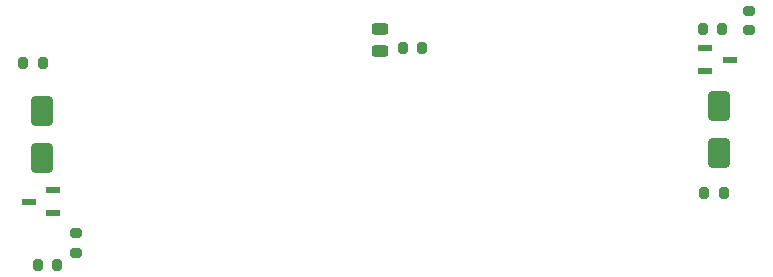
<source format=gbr>
G04 #@! TF.GenerationSoftware,KiCad,Pcbnew,7.99.0-1900-g89780d353a*
G04 #@! TF.CreationDate,2023-08-02T11:36:18+03:00*
G04 #@! TF.ProjectId,RP2040_minimal,52503230-3430-45f6-9d69-6e696d616c2e,REV1*
G04 #@! TF.SameCoordinates,Original*
G04 #@! TF.FileFunction,Paste,Top*
G04 #@! TF.FilePolarity,Positive*
%FSLAX46Y46*%
G04 Gerber Fmt 4.6, Leading zero omitted, Abs format (unit mm)*
G04 Created by KiCad (PCBNEW 7.99.0-1900-g89780d353a) date 2023-08-02 11:36:18*
%MOMM*%
%LPD*%
G01*
G04 APERTURE LIST*
G04 Aperture macros list*
%AMRoundRect*
0 Rectangle with rounded corners*
0 $1 Rounding radius*
0 $2 $3 $4 $5 $6 $7 $8 $9 X,Y pos of 4 corners*
0 Add a 4 corners polygon primitive as box body*
4,1,4,$2,$3,$4,$5,$6,$7,$8,$9,$2,$3,0*
0 Add four circle primitives for the rounded corners*
1,1,$1+$1,$2,$3*
1,1,$1+$1,$4,$5*
1,1,$1+$1,$6,$7*
1,1,$1+$1,$8,$9*
0 Add four rect primitives between the rounded corners*
20,1,$1+$1,$2,$3,$4,$5,0*
20,1,$1+$1,$4,$5,$6,$7,0*
20,1,$1+$1,$6,$7,$8,$9,0*
20,1,$1+$1,$8,$9,$2,$3,0*%
G04 Aperture macros list end*
%ADD10RoundRect,0.200000X-0.275000X0.200000X-0.275000X-0.200000X0.275000X-0.200000X0.275000X0.200000X0*%
%ADD11RoundRect,0.200000X-0.200000X-0.275000X0.200000X-0.275000X0.200000X0.275000X-0.200000X0.275000X0*%
%ADD12RoundRect,0.250000X-0.650000X1.000000X-0.650000X-1.000000X0.650000X-1.000000X0.650000X1.000000X0*%
%ADD13R,1.250000X0.600000*%
%ADD14RoundRect,0.200000X0.200000X0.275000X-0.200000X0.275000X-0.200000X-0.275000X0.200000X-0.275000X0*%
%ADD15RoundRect,0.200000X0.275000X-0.200000X0.275000X0.200000X-0.275000X0.200000X-0.275000X-0.200000X0*%
%ADD16RoundRect,0.250000X0.650000X-1.000000X0.650000X1.000000X-0.650000X1.000000X-0.650000X-1.000000X0*%
%ADD17RoundRect,0.243750X0.456250X-0.243750X0.456250X0.243750X-0.456250X0.243750X-0.456250X-0.243750X0*%
G04 APERTURE END LIST*
D10*
X198866000Y-78628400D03*
X198866000Y-80278400D03*
D11*
X194971000Y-80188400D03*
X196621000Y-80188400D03*
D12*
X139006000Y-87118400D03*
X139006000Y-91118400D03*
D13*
X139986000Y-95723400D03*
X139986000Y-93813400D03*
X137886000Y-94768400D03*
D14*
X171231000Y-81728400D03*
X169581000Y-81728400D03*
D15*
X141866000Y-99118400D03*
X141866000Y-97468400D03*
D11*
X138666000Y-100118400D03*
X140316000Y-100118400D03*
D13*
X195186000Y-81803400D03*
X195186000Y-83713400D03*
X197286000Y-82758400D03*
D16*
X196306000Y-90688400D03*
X196306000Y-86688400D03*
D17*
X167656000Y-82025900D03*
X167656000Y-80150900D03*
D11*
X137431000Y-83058400D03*
X139081000Y-83058400D03*
X195101000Y-94048400D03*
X196751000Y-94048400D03*
M02*

</source>
